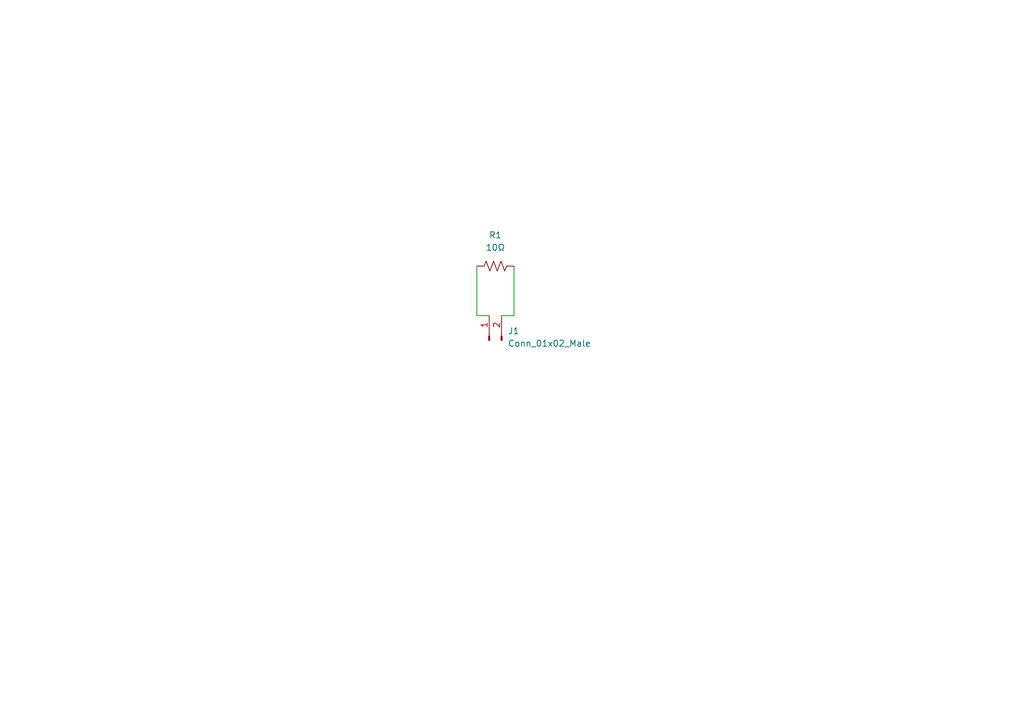
<source format=kicad_sch>
(kicad_sch (version 20211123) (generator eeschema)
  (paper "A5")
  (lib_symbols
    (symbol "Connector:Conn_01x02_Male" (pin_names (offset 1.016) hide)
      (property "Reference" "J" (at 0 2.54 0))
      (property "Value" "Conn_01x02_Male" (at 0 -5.08 0))
      (symbol "Conn_01x02_Male_1_1"
        (polyline (pts (xy 1.27 -2.54) (xy 0.8636 -2.54)) (stroke (width 0.1524)))
        (polyline (pts (xy 1.27 0) (xy 0.8636 0)) (stroke (width 0.1524)))
        (rectangle (start 0.8636 -2.413) (end 0 -2.667) (stroke (width 0.1524)) (fill (type outline)))
        (rectangle (start 0.8636 0.127) (end 0 -0.127) (stroke (width 0.1524)) (fill (type outline)))
        (pin passive line (at 5.08 0 180) (length 3.81) (name "Pin_1") (number "1"))
        (pin passive line (at 5.08 -2.54 180) (length 3.81) (name "Pin_2") (number "2"))
      )
    )
    (symbol "Device:R_US" (pin_numbers hide) (pin_names (offset 0))
      (property "Reference" "R" (at 2.54 0 90))
      (property "Value" "R_US" (at -2.54 0 90))
      (symbol "R_US_0_1"
        (polyline (pts (xy 0 -2.286) (xy 0 -2.54)))
        (polyline (pts (xy 0 2.286) (xy 0 2.54)))
        (polyline (pts (xy 0 -0.762) (xy 1.016 -1.143) (xy 0 -1.524) (xy -1.016 -1.905) (xy 0 -2.286)))
        (polyline (pts (xy 0 0.762) (xy 1.016 0.381) (xy 0 0) (xy -1.016 -0.381) (xy 0 -0.762)))
        (polyline (pts (xy 0 2.286) (xy 1.016 1.905) (xy 0 1.524) (xy -1.016 1.143) (xy 0 0.762)))
      )
      (symbol "R_US_1_1"
        (pin passive line (at 0 3.81 270) (length 1.27) (name "~") (number "1"))
        (pin passive line (at 0 -3.81 90) (length 1.27) (name "~") (number "2"))
      )
    )
  )
  (wire (pts (xy 105.41 54.61) (xy 105.41 64.77)))
  (wire (pts (xy 97.79 54.61) (xy 97.79 64.77)))
  (wire (pts (xy 97.79 64.77) (xy 100.33 64.77)))
  (wire (pts (xy 105.41 64.77) (xy 102.87 64.77)))
  (symbol (lib_id "Device:R_US") (at 101.6 54.61 270) (unit 1)
    (property "Reference" "R1" (at 101.6 48.26 90))
    (property "Value" "10Ω" (at 101.6 50.8 90))
  )
  (symbol (lib_id "Connector:Conn_01x02_Male") (at 100.33 69.85 90) (unit 1)
    (property "Reference" "J1" (at 104.14 67.9449 90) (effects (justify right)))
    (property "Value" "Conn_01x02_Male" (at 104.14 70.4849 90) (effects (justify right)))
  )
)
</source>
